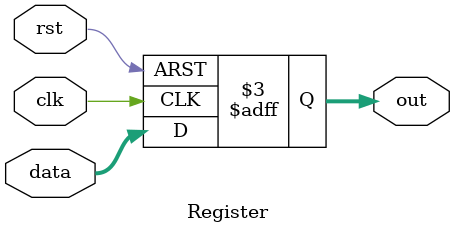
<source format=v>
module top ( a, b,  clk, rst , enable, load , sel , out );

  input clk, rst, enable, sel, load;
  input [4:0] a;
  input [4:0] b;
  output wire [4:0] out;
  
  wire [4:0] Z1,Z2;
 

  parameter R = 2'b00; // State 0: Waiting for '0'
  parameter M = 2'b01; // State 1: Waiting for '1'
  parameter C = 2'b10; // State 2: Waiting for '0'
  parameter Reg = 2'b11; // State 2: Waiting for '0'
  
  reg [1:0] state;
  
  
  mux m(.a(a), .b(b), .sel(sel), .out(Z1));
  counter c(.counter(Z2), .data(Z1), .clk(clk), .load(load), .enable(enable), .rst(rst));
  Register g(.clk(clk), .rst(rst), .data(Z2), .out(out));

  // State transition and output logic
  always @(posedge clk or negedge rst)
    if (!rst) begin
      state = R;  
    end
    else begin
      case (state)
        R:  state = M;
        
        M:  state = C; 
          
        C: if (enable && Z1==8 )
          begin  state = Reg; 
          end 
        
        else if (load) begin state = Reg;
        end
        else state = C;
        Reg: if (rst) begin
              state = R;
            end
            else begin  state = R;
            end
        default: state = R;
      endcase
    end

endmodule


module mux(out, a, b, sel);

  output reg [4:0] out;
  input[4:0] a, b;
  input sel;
  always @(a or b or sel)
begin
  
  if(sel) 
out = a;
else
out = b;

end

endmodule


module counter(input clk, enable, rst, load, input[4:0] data, output reg [4:0] counter
    );
  
  always @(posedge clk or negedge rst)
begin
  if(!rst)
 counter <= 4'd0;
  else if (load)
 counter <= data;
  else if (enable)
 counter <= counter+1;
else 
  counter <= counter;
end 
endmodule



module Register(clk, rst, data, out);

input             clk;
input             rst;
  input      [4:0] data;
  output reg [4:0] out;

  always @(posedge clk or negedge rst )
begin
  if(!rst)
    out <= 4'b0;
  else
        out <= data;
end

endmodule

</source>
